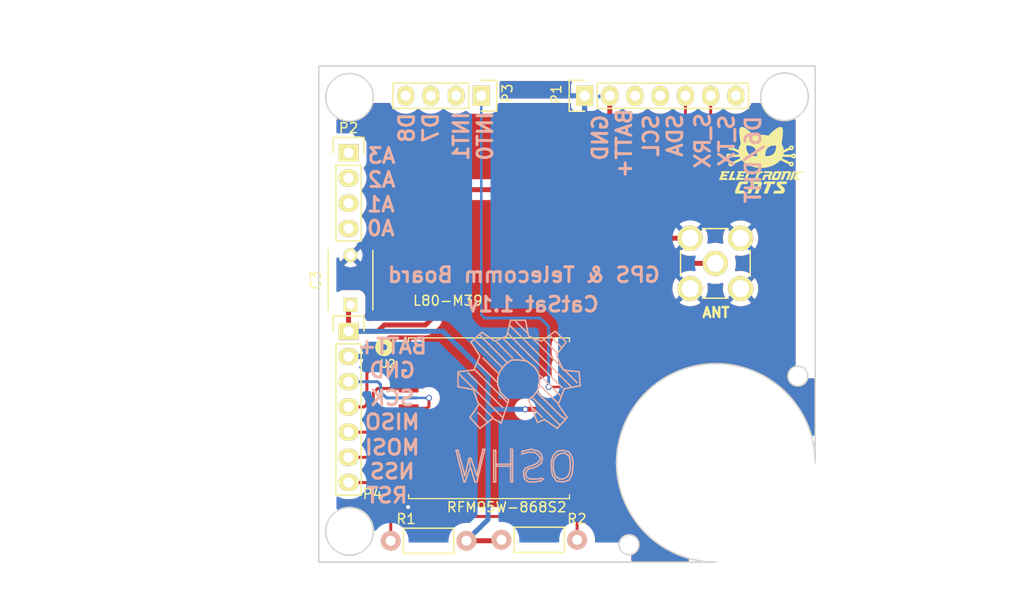
<source format=kicad_pcb>
(kicad_pcb (version 20221018) (generator pcbnew)
  (title_block (title "CatSat") (date "2016-07-28") (rev "0.001") (company "Electronic Cats") (comment 1 "Eduardo Contreras"))
  (layers (0 "F.Cu" signal) (31 "B.Cu" signal) (34 "B.Paste" user) (35 "F.Paste" user) (36 "B.SilkS" user "B.Silkscreen") (37 "F.SilkS" user "F.Silkscreen") (38 "B.Mask" user) (39 "F.Mask" user) (44 "Edge.Cuts" user))
  (net 0 "")
  (net 1 "GND")
  (net 2 "+BATT")
  (net 3 "S_TX")
  (net 4 "S_RX")
  (net 5 "Net-(MODULE1-Pad6)")
  (net 6 "Net-(MODULE1-Pad7)")
  (net 7 "Net-(MODULE1-Pad8)")
  (net 8 "Net-(MODULE1-Pad10)")
  (net 9 "Net-(MODULE1-Pad11)")
  (net 10 "SCL")
  (net 11 "SDA")
  (net 12 "DHT/D6")
  (net 13 "A3")
  (net 14 "A2")
  (net 15 "A1")
  (net 16 "A0")
  (net 17 "INT0")
  (net 18 "INT1")
  (net 19 "D7")
  (net 20 "D8")
  (net 21 "SCK")
  (net 22 "MISO")
  (net 23 "MOSI")
  (net 24 "NSS")
  (net 25 "RST")
  (net 26 "Net-(U2-Pad11)")
  (net 27 "Net-(U2-Pad12)")
  (net 28 "Net-(U2-Pad15)")
  (net 29 "Net-(U2-Pad16)")
  (net 30 "Net-(U2-Pad7)")
  (net 31 "Net-(A1-Pad1)")
  (footprint "CatSat:L80" (layer "F.Cu") (at 104.733668 76.518506 180)
    (fp_text reference "MODULE1")
    (fp_text value "L80-M39" (at 3.133668 -9.281494 180) (layer "F.SilkS"))
    (pad "1" smd rect (at -7.866332 -5.711494) (size 2.5 1) (layers "F.Cu" "F.Paste" "F.Mask") (net 3 "S_TX"))
    (pad "2" smd rect (at -7.866332 -3.171494) (size 2.5 1) (layers "F.Cu" "F.Paste" "F.Mask") (net 4 "S_RX"))
    (pad "3" smd rect (at -7.866332 -0.631494) (size 2.5 1) (layers "F.Cu" "F.Paste" "F.Mask") (net 1 "GND"))
    (pad "4" smd rect (at -7.866332 1.908506) (size 2.5 1) (layers "F.Cu" "F.Paste" "F.Mask") (net 2 "+BATT"))
    (pad "5" smd rect (at -7.866332 4.448506) (size 2.5 1) (layers "F.Cu" "F.Paste" "F.Mask") (net 2 "+BATT"))
    (pad "6" smd rect (at -7.866332 6.988506) (size 2.5 1) (layers "F.Cu" "F.Paste" "F.Mask") (net 5 "Net-(MODULE1-Pad6)"))
    (pad "7" smd rect (at 7.933668 6.988506 180) (size 2.5 1) (layers "F.Cu" "F.Paste" "F.Mask") (net 6 "Net-(MODULE1-Pad7)"))
    (pad "8" smd rect (at 7.933668 4.448506 180) (size 2.5 1) (layers "F.Cu" "F.Paste" "F.Mask") (net 7 "Net-(MODULE1-Pad8)"))
    (pad "9" smd rect (at 7.933668 1.908506 180) (size 2.5 1) (layers "F.Cu" "F.Paste" "F.Mask"))
    (pad "10" smd rect (at 7.933668 -0.631494 180) (size 2.5 1) (layers "F.Cu" "F.Paste" "F.Mask") (net 8 "Net-(MODULE1-Pad10)"))
    (pad "11" smd rect (at 7.933668 -3.171494 180) (size 2.5 1) (layers "F.Cu" "F.Paste" "F.Mask") (net 9 "Net-(MODULE1-Pad11)"))
    (pad "12" smd rect (at 7.933668 -5.711494) (size 2.5 1) (layers "F.Cu" "F.Paste" "F.Mask") (net 1 "GND"))
  )
  (footprint "Pin_Headers:Pin_Header_Straight_1x07" (layer "F.Cu") (at 91.6 88.89)
    (fp_text reference "P4" (at 2.4 16.4) (layer "F.SilkS"))
    (fp_text value "CONN_01X07")
    (pad "1" thru_hole rect (at 0 0) (size 2.032 1.7272) (drill 1.016) (layers "*.Cu" "*.Mask" "F.SilkS") (net 2 "+BATT"))
    (pad "2" thru_hole oval (at 0 2.54) (size 2.032 1.7272) (drill 1.016) (layers "*.Cu" "*.Mask" "F.SilkS") (net 1 "GND"))
    (pad "3" thru_hole oval (at 0 5.08) (size 2.032 1.7272) (drill 1.016) (layers "*.Cu" "*.Mask" "F.SilkS") (net 21 "SCK"))
    (pad "4" thru_hole oval (at 0 7.62) (size 2.032 1.7272) (drill 1.016) (layers "*.Cu" "*.Mask" "F.SilkS") (net 22 "MISO"))
    (pad "5" thru_hole oval (at 0 10.16) (size 2.032 1.7272) (drill 1.016) (layers "*.Cu" "*.Mask" "F.SilkS") (net 23 "MOSI"))
    (pad "6" thru_hole oval (at 0 12.7) (size 2.032 1.7272) (drill 1.016) (layers "*.Cu" "*.Mask" "F.SilkS") (net 24 "NSS"))
    (pad "7" thru_hole oval (at 0 15.24) (size 2.032 1.7272) (drill 1.016) (layers "*.Cu" "*.Mask" "F.SilkS") (net 25 "RST"))
  )
  (footprint "Pin_Headers:Pin_Header_Straight_1x07" (layer "F.Cu") (at 115.37 65.15 90)
    (fp_text reference "P1" (at 0.15 -2.85 90) (layer "F.SilkS"))
    (fp_text value "CONN_01X07")
    (pad "1" thru_hole rect (at 0 0 90) (size 2.032 1.7272) (drill 1.016) (layers "*.Cu" "*.Mask" "F.SilkS") (net 1 "GND"))
    (pad "2" thru_hole oval (at 0 2.54 90) (size 2.032 1.7272) (drill 1.016) (layers "*.Cu" "*.Mask" "F.SilkS") (net 2 "+BATT"))
    (pad "3" thru_hole oval (at 0 5.08 90) (size 2.032 1.7272) (drill 1.016) (layers "*.Cu" "*.Mask" "F.SilkS") (net 10 "SCL"))
    (pad "4" thru_hole oval (at 0 7.62 90) (size 2.032 1.7272) (drill 1.016) (layers "*.Cu" "*.Mask" "F.SilkS") (net 11 "SDA"))
    (pad "5" thru_hole oval (at 0 10.16 90) (size 2.032 1.7272) (drill 1.016) (layers "*.Cu" "*.Mask" "F.SilkS") (net 4 "S_RX"))
    (pad "6" thru_hole oval (at 0 12.7 90) (size 2.032 1.7272) (drill 1.016) (layers "*.Cu" "*.Mask" "F.SilkS") (net 3 "S_TX"))
    (pad "7" thru_hole oval (at 0 15.24 90) (size 2.032 1.7272) (drill 1.016) (layers "*.Cu" "*.Mask" "F.SilkS") (net 12 "DHT/D6"))
  )
  (footprint "Pin_Headers:Pin_Header_Straight_1x04" (layer "F.Cu") (at 104.97 65.15 -90)
    (fp_text reference "P3" (at -0.25 -2.63 270) (layer "F.SilkS"))
    (fp_text value "CONN_01X04")
    (pad "1" thru_hole rect (at 0 0 270) (size 2.032 1.7272) (drill 1.016) (layers "*.Cu" "*.Mask" "F.SilkS") (net 17 "INT0"))
    (pad "2" thru_hole oval (at 0 2.54 270) (size 2.032 1.7272) (drill 1.016) (layers "*.Cu" "*.Mask" "F.SilkS") (net 18 "INT1"))
    (pad "3" thru_hole oval (at 0 5.08 270) (size 2.032 1.7272) (drill 1.016) (layers "*.Cu" "*.Mask" "F.SilkS") (net 19 "D7"))
    (pad "4" thru_hole oval (at 0 7.62 270) (size 2.032 1.7272) (drill 1.016) (layers "*.Cu" "*.Mask" "F.SilkS") (net 20 "D8"))
  )
  (footprint "Pin_Headers:Pin_Header_Straight_1x04" (layer "F.Cu") (at 91.6 70.9)
    (fp_text reference "P2" (at 0 -2.5) (layer "F.SilkS"))
    (fp_text value "CONN_01X04")
    (pad "1" thru_hole rect (at 0 0) (size 2.032 1.7272) (drill 1.016) (layers "*.Cu" "*.Mask" "F.SilkS") (net 13 "A3"))
    (pad "2" thru_hole oval (at 0 2.54) (size 2.032 1.7272) (drill 1.016) (layers "*.Cu" "*.Mask" "F.SilkS") (net 14 "A2"))
    (pad "3" thru_hole oval (at 0 5.08) (size 2.032 1.7272) (drill 1.016) (layers "*.Cu" "*.Mask" "F.SilkS") (net 15 "A1"))
    (pad "4" thru_hole oval (at 0 7.62) (size 2.032 1.7272) (drill 1.016) (layers "*.Cu" "*.Mask" "F.SilkS") (net 16 "A0"))
  )
  (footprint "LoRa:RFM" (layer "F.Cu") (at 105.75 97.65)
    (fp_text reference "U2" (at -11.07 -5.04) (layer "F.SilkS") (effects (font (size 0.77216 0.77216) (thickness 0.138988)) (justify left bottom)))
    (fp_text value "RFM95W-868S2" (at -4.35 9.55) (layer "F.SilkS") (effects (justify left bottom)))
    (pad "1" smd rect (at -8.1 -7) (size 2 0.8) (layers "F.Cu" "F.Paste" "F.Mask") (net 1 "GND"))
    (pad "2" smd rect (at -8.1 -5) (size 2 0.8) (layers "F.Cu" "F.Paste" "F.Mask") (net 22 "MISO"))
    (pad "3" smd rect (at -8.1 -3) (size 2 0.8) (layers "F.Cu" "F.Paste" "F.Mask") (net 23 "MOSI"))
    (pad "4" smd rect (at -8.1 -1) (size 2 0.8) (layers "F.Cu" "F.Paste" "F.Mask") (net 21 "SCK"))
    (pad "5" smd rect (at -8.1 1) (size 2 0.8) (layers "F.Cu" "F.Paste" "F.Mask") (net 24 "NSS"))
    (pad "6" smd rect (at -8.1 3) (size 2 0.8) (layers "F.Cu" "F.Paste" "F.Mask") (net 25 "RST"))
    (pad "7" smd rect (at -8.1 5) (size 2 0.8) (layers "F.Cu" "F.Paste" "F.Mask") (net 30 "Net-(U2-Pad7)"))
    (pad "8" smd rect (at -8.1 7 180) (size 2 0.8) (layers "F.Cu" "F.Paste" "F.Mask") (net 1 "GND"))
    (pad "9" smd rect (at 8.1 7 180) (size 2 0.8) (layers "F.Cu" "F.Paste" "F.Mask") (net 31 "Net-(A1-Pad1)"))
    (pad "10" smd rect (at 8.1 5 180) (size 2 0.8) (layers "F.Cu" "F.Paste" "F.Mask") (net 1 "GND"))
    (pad "11" smd rect (at 8.1 3 180) (size 2 0.8) (layers "F.Cu" "F.Paste" "F.Mask") (net 26 "Net-(U2-Pad11)"))
    (pad "12" smd rect (at 8.1 1 180) (size 2 0.8) (layers "F.Cu" "F.Paste" "F.Mask") (net 27 "Net-(U2-Pad12)"))
    (pad "13" smd rect (at 8.1 -1 180) (size 2 0.8) (layers "F.Cu" "F.Paste" "F.Mask") (net 2 "+BATT"))
    (pad "14" smd rect (at 8.1 -3 180) (size 2 0.8) (layers "F.Cu" "F.Paste" "F.Mask") (net 17 "INT0"))
    (pad "15" smd rect (at 8.1 -5 180) (size 2 0.8) (layers "F.Cu" "F.Paste" "F.Mask") (net 28 "Net-(U2-Pad15)"))
    (pad "16" smd rect (at 8.1 -7 180) (size 2 0.8) (layers "F.Cu" "F.Paste" "F.Mask") (net 29 "Net-(U2-Pad16)"))
  )
  (footprint "Capacitors_ThroughHole:C_Disc_D6_P5" (layer "F.Cu") (at 91.8 86.225 90)
    (fp_text reference "C3" (at 2.5 -3.5 90) (layer "F.SilkS"))
    (fp_text value "C")
    (pad "1" thru_hole rect (at 0 0 90) (size 1.4 1.4) (drill 0.9) (layers "*.Cu" "*.Mask" "F.SilkS") (net 2 "+BATT"))
    (pad "2" thru_hole circle (at 5 0 90) (size 1.4 1.4) (drill 0.9) (layers "*.Cu" "*.Mask" "F.SilkS") (net 1 "GND"))
  )
  (footprint "smd:AMPHENOL_901-144" (layer "F.Cu") (at 128.54 82.04 180)
    (fp_text reference "A1")
    (fp_text value "ANT" (at -0.06 -4.96 180) (layer "F.SilkS") (effects (font (thickness 0.25))))
    (pad "1" thru_hole circle (at 0 0 180) (size 2.5527 2.5527) (drill 1.7018) (layers "*.Cu" "*.Mask" "F.SilkS") (net 31 "Net-(A1-Pad1)"))
    (pad "2" thru_hole circle (at -2.54 -2.54 180) (size 2.5527 2.5527) (drill 1.7018) (layers "*.Cu" "*.Mask" "F.SilkS") (net 1 "GND"))
    (pad "3" thru_hole circle (at -2.54 2.54 180) (size 2.5527 2.5527) (drill 1.7018) (layers "*.Cu" "*.Mask" "F.SilkS") (net 1 "GND"))
    (pad "4" thru_hole circle (at 2.54 2.54 180) (size 2.5527 2.5527) (drill 1.7018) (layers "*.Cu" "*.Mask" "F.SilkS") (net 1 "GND"))
    (pad "5" thru_hole circle (at 2.54 -2.54 180) (size 2.5527 2.5527) (drill 1.7018) (layers "*.Cu" "*.Mask" "F.SilkS") (net 1 "GND"))
  )
  (footprint "theinventorhouse:electronic_cats_logo_8x6" (layer "F.Cu") (at 133.15 71.65)
    (fp_text reference "G***" hide)
    (fp_text value "LOGO" hide)
  )
  (footprint "Resistors_ThroughHole:Resistor_Horizontal_RM7mm" (layer "F.Cu") (at 103.47 110 180)
    (fp_text reference "R1" (at 6.07 2.2 180) (layer "F.SilkS"))
    (fp_text value "R")
    (pad "1" thru_hole circle (at 0 0 180) (size 1.99898 1.99898) (drill 1.00076) (layers "*.Cu" "*.SilkS" "*.Mask") (net 2 "+BATT"))
    (pad "2" thru_hole circle (at 7.62 0 180) (size 1.99898 1.99898) (drill 1.00076) (layers "*.Cu" "*.SilkS" "*.Mask") (net 25 "RST"))
  )
  (footprint "Resistors_ThroughHole:Resistor_Horizontal_RM7mm" (layer "F.Cu") (at 107 109.9)
    (fp_text reference "R2" (at 7.6 -2.1) (layer "F.SilkS"))
    (fp_text value "R")
    (pad "1" thru_hole circle (at 0 0) (size 1.99898 1.99898) (drill 1.00076) (layers "*.Cu" "*.SilkS" "*.Mask") (net 2 "+BATT"))
    (pad "2" thru_hole circle (at 7.62 0) (size 1.99898 1.99898) (drill 1.00076) (layers "*.Cu" "*.SilkS" "*.Mask") (net 24 "NSS"))
  )
  (footprint "Symbols:Symbol_OSHW-Logo_SilkScreen_BIG" (layer "B.Cu") (at 108.625 74.575 180)
    (fp_text reference "REF**")
    (fp_text value "Symbol_OSHW-Logo_SilkScreen_BIG")
  )
  (gr_arc (start 128.6 112.15) (mid 121.528932 109.221068) (end 118.6 102.15) (stroke (width 0.15)) (layer "Edge.Cuts"))
  (gr_arc (start 118.6 102.15) (mid 121.528932 95.078932) (end 128.6 92.15) (stroke (width 0.15)) (layer "Edge.Cuts"))
  (gr_arc (start 128.6 92.15) (mid 135.671068 95.078932) (end 138.6 102.15) (stroke (width 0.15)) (layer "Edge.Cuts"))
  (gr_circle (center 119.85 110.4) (end 120.85 110.4) (stroke (width 0.15)) (fill none) (layer "Edge.Cuts"))
  (gr_circle (center 136.85 93.4) (end 137.85 93.4) (stroke (width 0.15)) (fill none) (layer "Edge.Cuts"))
  (gr_circle (center 91.7 65.3) (end 94.1 65.3) (stroke (width 0.15)) (fill none) (layer "Edge.Cuts"))
  (gr_circle (center 91.7 109.05) (end 94.1 109.05) (stroke (width 0.15)) (fill none) (layer "Edge.Cuts"))
  (gr_line (start 88.6 62.15) (end 88.6 111.65) (stroke (width 0.15)) (layer "Edge.Cuts"))
  (gr_line (start 138.6 102.15) (end 138.6 62.15) (stroke (width 0.15)) (layer "Edge.Cuts"))
  (gr_circle (center 135.5 65.25) (end 137.9 65.25) (stroke (width 0.15)) (fill none) (layer "Edge.Cuts"))
  (gr_line (start 128.6 112.15) (end 88.6 112.15) (stroke (width 0.15)) (layer "Edge.Cuts"))
  (gr_line (start 138.6 62.15) (end 88.6 62.15) (stroke (width 0.15)) (layer "Edge.Cuts"))
  (gr_line (start 88.6 112.15) (end 88.6 111.65) (stroke (width 0.15)) (layer "Edge.Cuts"))
  (gr_text "S_RX\nS_TX" (at 128.475 69.675 90) (layer "B.SilkS") (effects (font (size 1.5 1.5) (thickness 0.3)) (justify mirror)))
  (gr_text "RST\n" (at 95.475 105.425) (layer "B.SilkS") (effects (font (size 1.5 1.5) (thickness 0.3)) (justify mirror)))
  (gr_text "BATT+\nGND" (at 96 91.6) (layer "B.SilkS") (effects (font (size 1.5 1.5) (thickness 0.3)) (justify mirror)))
  (gr_text "A3\nA2\n" (at 94.925 72.4) (layer "B.SilkS") (effects (font (size 1.5 1.5) (thickness 0.3)) (justify mirror)))
  (gr_text "GND\n BATT+" (at 118.15 69.375 90) (layer "B.SilkS") (effects (font (size 1.5 1.5) (thickness 0.3)) (justify mirror)))
  (gr_text "SCK\nMISO\n" (at 96 96.825) (layer "B.SilkS") (effects (font (size 1.5 1.5) (thickness 0.3)) (justify mirror)))
  (gr_text "D8\nD7\n" (at 98.675 68.375 90) (layer "B.SilkS") (effects (font (size 1.5 1.5) (thickness 0.3)) (justify mirror)))
  (gr_text "MOSI\nNSS" (at 96 101.8) (layer "B.SilkS") (effects (font (size 1.5 1.5) (thickness 0.3)) (justify mirror)))
  (gr_text "SCL\nSDA\n" (at 123.275 69.15 90) (layer "B.SilkS") (effects (font (size 1.5 1.5) (thickness 0.3)) (justify mirror)))
  (gr_text "CatSat 1.1v" (at 110.17 86.17) (layer "B.SilkS") (effects (font (size 1.5 1.5) (thickness 0.3)) (justify mirror)))
  (gr_text "GPS & Telecomm Board" (at 109.26 83.2) (layer "B.SilkS") (effects (font (size 1.5 1.5) (thickness 0.3)) (justify mirror)))
  (gr_text "A1\nA0\n" (at 94.85 77.3) (layer "B.SilkS") (effects (font (size 1.5 1.5) (thickness 0.3)) (justify mirror)))
  (gr_text "INT1\nINT0\n" (at 104.15 69.225 90) (layer "B.SilkS") (effects (font (size 1.5 1.5) (thickness 0.3)) (justify mirror)))
  (gr_text "D6/DHT" (at 132.35 71.575 90) (layer "B.SilkS") (effects (font (size 1.5 1.5) (thickness 0.3)) (justify mirror)))
  (segment (start 116.85 65.15) (end 116.85 65.3024) (width 0.25) (layer "B.Cu") (net 0))
  (segment (start 97.05 90.65) (end 97.65 90.65) (width 0.25) (layer "F.Cu") (net 1))
  (segment (start 133 82.66) (end 133 81.42) (width 0.5) (layer "F.Cu") (net 1))
  (segment (start 112.6 77.15) (end 111.1 77.15) (width 0.25) (layer "F.Cu") (net 1))
  (segment (start 97.6 105.4) (end 97.6 106.6) (width 0.3) (layer "F.Cu") (net 1))
  (segment (start 115.42 84.58) (end 120.5 79.5) (width 0.5) (layer "F.Cu") (net 1))
  (segment (start 97.65 104.65) (end 97.65 105.35) (width 0.3) (layer "F.Cu") (net 1))
  (segment (start 129.803651 85.856349) (end 131.08 84.58) (width 0.5) (layer "F.Cu") (net 1))
  (segment (start 127.276349 78.223651) (end 129.803651 78.223651) (width 0.5) (layer "F.Cu") (net 1))
  (segment (start 111.23 84.58) (end 115.42 84.58) (width 0.5) (layer "F.Cu") (net 1))
  (segment (start 110.15 78.1) (end 110.15 83.5) (width 0.25) (layer "F.Cu") (net 1))
  (segment (start 129.803651 78.223651) (end 131.08 79.5) (width 0.5) (layer "F.Cu") (net 1))
  (segment (start 111.1 77.15) (end 110.15 78.1) (width 0.25) (layer "F.Cu") (net 1))
  (segment (start 97.65 105.35) (end 97.6 105.4) (width 0.3) (layer "F.Cu") (net 1))
  (segment (start 113.25 102.65) (end 113.85 102.65) (width 0.25) (layer "F.Cu") (net 1))
  (segment (start 112.6 77.15) (end 111.85 77.15) (width 0.25) (layer "F.Cu") (net 1))
  (segment (start 126 79.5) (end 127.276349 78.223651) (width 0.5) (layer "F.Cu") (net 1))
  (segment (start 120.5 79.5) (end 126 79.5) (width 0.5) (layer "F.Cu") (net 1))
  (segment (start 110.15 83.5) (end 111.23 84.58) (width 0.25) (layer "F.Cu") (net 1))
  (segment (start 97.65 90.65) (end 98.25 90.65) (width 0.25) (layer "F.Cu") (net 1))
  (segment (start 127.276349 85.856349) (end 129.803651 85.856349) (width 0.5) (layer "F.Cu") (net 1))
  (segment (start 131.08 84.58) (end 133 82.66) (width 0.5) (layer "F.Cu") (net 1))
  (segment (start 133 81.42) (end 131.08 79.5) (width 0.5) (layer "F.Cu") (net 1))
  (segment (start 126 84.58) (end 127.276349 85.856349) (width 0.5) (layer "F.Cu") (net 1))
  (via (at 97.6 106.6) (size 0.6) (drill 0.4) (layers "F.Cu" "B.Cu") (net 1))
  (segment (start 116.855 72.07) (end 117.91 71.015) (width 0.5) (layer "F.Cu") (net 2))
  (segment (start 113.35 74.61) (end 113.66 74.3) (width 0.5) (layer "F.Cu") (net 2))
  (segment (start 94.56 88.89) (end 91.6 88.89) (width 0.5) (layer "F.Cu") (net 2))
  (segment (start 112.6 72.07) (end 116.855 72.07) (width 0.5) (layer "F.Cu") (net 2))
  (segment (start 91.6 88.89) (end 91.6 86.425) (width 0.5) (layer "F.Cu") (net 2))
  (segment (start 103.47 110) (end 106.9 110) (width 0.5) (layer "F.Cu") (net 2))
  (segment (start 112.6 72.07) (end 112.6 74.61) (width 0.5) (layer "F.Cu") (net 2))
  (segment (start 100.84 74.61) (end 99.95 75.5) (width 0.5) (layer "F.Cu") (net 2))
  (segment (start 91.6 86.425) (end 91.8 86.225) (width 0.5) (layer "F.Cu") (net 2))
  (segment (start 99.95 87.65) (end 99.35 88.25) (width 0.5) (layer "F.Cu") (net 2))
  (segment (start 112.6 74.61) (end 113.35 74.61) (width 0.5) (layer "F.Cu") (net 2))
  (segment (start 112 96.75) (end 113.75 96.75) (width 0.5) (layer "F.Cu") (net 2))
  (segment (start 99.95 75.5) (end 99.95 87.65) (width 0.5) (layer "F.Cu") (net 2))
  (segment (start 95.2 88.25) (end 94.56 88.89) (width 0.5) (layer "F.Cu") (net 2))
  (segment (start 109.4 96.75) (end 113.75 96.75) (width 0.5) (layer "F.Cu") (net 2))
  (segment (start 106.9 110) (end 107 109.9) (width 0.5) (layer "F.Cu") (net 2))
  (segment (start 99.35 88.25) (end 95.2 88.25) (width 0.5) (layer "F.Cu") (net 2))
  (segment (start 117.91 71.015) (end 117.91 65.15) (width 0.5) (layer "F.Cu") (net 2))
  (segment (start 113.75 96.75) (end 113.85 96.65) (width 0.5) (layer "F.Cu") (net 2))
  (segment (start 112.6 74.61) (end 100.84 74.61) (width 0.5) (layer "F.Cu") (net 2))
  (via (at 109.4 96.75) (size 0.6) (drill 0.4) (layers "F.Cu" "B.Cu") (net 2))
  (segment (start 104.469489 109.000511) (end 104.499489 109.000511) (width 0.5) (layer "B.Cu") (net 2))
  (segment (start 104.499489 109.000511) (end 105.65 107.85) (width 0.5) (layer "B.Cu") (net 2))
  (segment (start 106.004586 96.75) (end 109.4 96.75) (width 0.5) (layer "B.Cu") (net 2))
  (segment (start 102.664764 90.4) (end 102.625 90.4) (width 0.5) (layer "B.Cu") (net 2))
  (segment (start 103.47 110) (end 104.469489 109.000511) (width 0.5) (layer "B.Cu") (net 2))
  (segment (start 105.65 93.385236) (end 105.65 97.104586) (width 0.5) (layer "B.Cu") (net 2))
  (segment (start 101.115 88.89) (end 91.6 88.89) (width 0.5) (layer "B.Cu") (net 2))
  (segment (start 102.664764 90.4) (end 105.65 93.385236) (width 0.5) (layer "B.Cu") (net 2))
  (segment (start 106.004586 96.75) (end 105.65 97.104586) (width 0.5) (layer "B.Cu") (net 2))
  (segment (start 102.625 90.4) (end 101.115 88.89) (width 0.5) (layer "B.Cu") (net 2))
  (segment (start 105.65 107.85) (end 105.65 97.104586) (width 0.5) (layer "B.Cu") (net 2))
  (segment (start 115.07 82.23) (end 119.95 77.35) (width 0.3) (layer "F.Cu") (net 3))
  (segment (start 112.6 82.23) (end 115.07 82.23) (width 0.3) (layer "F.Cu") (net 3))
  (segment (start 119.95 77.35) (end 127.05 77.35) (width 0.3) (layer "F.Cu") (net 3))
  (segment (start 128.07 76.33) (end 128.07 65.15) (width 0.3) (layer "F.Cu") (net 3))
  (segment (start 127.05 77.35) (end 128.07 76.33) (width 0.3) (layer "F.Cu") (net 3))
  (segment (start 115.06 79.44) (end 118.7 75.8) (width 0.3) (layer "F.Cu") (net 4))
  (segment (start 118.7 75.8) (end 124.625 75.8) (width 0.3) (layer "F.Cu") (net 4))
  (segment (start 125.53 74.895) (end 125.53 65.15) (width 0.3) (layer "F.Cu") (net 4))
  (segment (start 112.6 79.69) (end 114.803533 79.69) (width 0.3) (layer "F.Cu") (net 4))
  (segment (start 115.053533 79.44) (end 114.803533 79.69) (width 0.3) (layer "F.Cu") (net 4))
  (segment (start 124.625 75.8) (end 125.53 74.895) (width 0.3) (layer "F.Cu") (net 4))
  (segment (start 115.06 79.44) (end 115.053533 79.44) (width 0.25) (layer "F.Cu") (net 4))
  (segment (start 111.75 94.5) (end 113.7 94.5) (width 0.25) (layer "F.Cu") (net 17))
  (segment (start 113.7 94.5) (end 113.85 94.65) (width 0.25) (layer "F.Cu") (net 17))
  (segment (start 113.85 94.65) (end 113.25 94.65) (width 0.25) (layer "F.Cu") (net 17))
  (via (at 111.75 94.5) (size 0.6) (drill 0.4) (layers "F.Cu" "B.Cu") (net 17))
  (segment (start 104.97 65.15) (end 104.97 87.22) (width 0.25) (layer "B.Cu") (net 17))
  (segment (start 104.97 87.22) (end 105.3 87.55) (width 0.25) (layer "B.Cu") (net 17))
  (segment (start 111.75 88.4) (end 110.9 87.55) (width 0.3) (layer "B.Cu") (net 17))
  (segment (start 111.75 94.5) (end 111.75 88.4) (width 0.3) (layer "B.Cu") (net 17))
  (segment (start 110.9 87.55) (end 105.3 87.55) (width 0.3) (layer "B.Cu") (net 17))
  (segment (start 99.7 96.45) (end 99.7 95.6) (width 0.3) (layer "F.Cu") (net 21))
  (segment (start 99.5 96.65) (end 99.7 96.45) (width 0.3) (layer "F.Cu") (net 21))
  (segment (start 97.65 96.65) (end 99.5 96.65) (width 0.3) (layer "F.Cu") (net 21))
  (via (at 99.7 95.6) (size 0.6) (drill 0.4) (layers "F.Cu" "B.Cu") (net 21))
  (segment (start 95.425 95.6) (end 94.825 95) (width 0.3) (layer "B.Cu") (net 21))
  (segment (start 98.45 95.6) (end 95.425 95.6) (width 0.3) (layer "B.Cu") (net 21))
  (segment (start 94.825 95) (end 94.825 94.25) (width 0.3) (layer "B.Cu") (net 21))
  (segment (start 94.825 94.25) (end 94.545 93.97) (width 0.3) (layer "B.Cu") (net 21))
  (segment (start 94.545 93.97) (end 91.6 93.97) (width 0.3) (layer "B.Cu") (net 21))
  (segment (start 98.45 95.6) (end 99.7 95.6) (width 0.25) (layer "B.Cu") (net 21))
  (segment (start 93.45 96.25) (end 93.45 93.1) (width 0.3) (layer "F.Cu") (net 22))
  (segment (start 93.45 93.1) (end 93.9 92.65) (width 0.3) (layer "F.Cu") (net 22))
  (segment (start 91.6 96.51) (end 93.19 96.51) (width 0.3) (layer "F.Cu") (net 22))
  (segment (start 93.9 92.65) (end 97.65 92.65) (width 0.3) (layer "F.Cu") (net 22))
  (segment (start 93.19 96.51) (end 93.45 96.25) (width 0.3) (layer "F.Cu") (net 22))
  (segment (start 97.1224 92.65) (end 97.65 92.65) (width 0.25) (layer "F.Cu") (net 22))
  (segment (start 93.7 99.05) (end 94.1 98.65) (width 0.3) (layer "F.Cu") (net 23))
  (segment (start 94.1 98.65) (end 94.1 95.1) (width 0.3) (layer "F.Cu") (net 23))
  (segment (start 94.1 95.1) (end 94.55 94.65) (width 0.3) (layer "F.Cu") (net 23))
  (segment (start 94.55 94.65) (end 97.65 94.65) (width 0.3) (layer "F.Cu") (net 23))
  (segment (start 97.05 94.65) (end 97.65 94.65) (width 0.25) (layer "F.Cu") (net 23))
  (segment (start 91.6 99.05) (end 93.7 99.05) (width 0.3) (layer "F.Cu") (net 23))
  (segment (start 99.95 98.65) (end 100.5 99.2) (width 0.3) (layer "F.Cu") (net 24))
  (segment (start 96.2024 98.65) (end 97.65 98.65) (width 0.3) (layer "F.Cu") (net 24))
  (segment (start 94.26 101.59) (end 94.7 101.15) (width 0.3) (layer "F.Cu") (net 24))
  (segment (start 114.62 107.82) (end 114.35 107.55) (width 0.3) (layer "F.Cu") (net 24))
  (segment (start 95.15 98.65) (end 96.2024 98.65) (width 0.3) (layer "F.Cu") (net 24))
  (segment (start 97.65 98.65) (end 99.95 98.65) (width 0.3) (layer "F.Cu") (net 24))
  (segment (start 91.6 101.59) (end 94.26 101.59) (width 0.3) (layer "F.Cu") (net 24))
  (segment (start 100.5 99.2) (end 100.5 106.6) (width 0.3) (layer "F.Cu") (net 24))
  (segment (start 114.35 107.55) (end 108.25 107.55) (width 0.3) (layer "F.Cu") (net 24))
  (segment (start 114.62 109.9) (end 114.62 107.82) (width 0.3) (layer "F.Cu") (net 24))
  (segment (start 94.7 99.1) (end 95.15 98.65) (width 0.3) (layer "F.Cu") (net 24))
  (segment (start 100.5 106.6) (end 101.45 107.55) (width 0.3) (layer "F.Cu") (net 24))
  (segment (start 101.45 107.55) (end 108.25 107.55) (width 0.3) (layer "F.Cu") (net 24))
  (segment (start 94.7 101.15) (end 94.7 99.1) (width 0.3) (layer "F.Cu") (net 24))
  (segment (start 95.85 110) (end 95.85 103.3) (width 0.3) (layer "F.Cu") (net 25))
  (segment (start 96.45 100.65) (end 97.65 100.65) (width 0.3) (layer "F.Cu") (net 25))
  (segment (start 91.6 104.13) (end 95.045 104.13) (width 0.3) (layer "F.Cu") (net 25))
  (segment (start 95.045 104.13) (end 95.5 103.675) (width 0.3) (layer "F.Cu") (net 25))
  (segment (start 95.5 103.675) (end 95.5 103.65) (width 0.3) (layer "F.Cu") (net 25))
  (segment (start 97.05 100.65) (end 97.65 100.65) (width 0.25) (layer "F.Cu") (net 25))
  (segment (start 95.85 101.25) (end 96.45 100.65) (width 0.3) (layer "F.Cu") (net 25))
  (segment (start 95.5 103.65) (end 95.85 103.3) (width 0.3) (layer "F.Cu") (net 25))
  (segment (start 95.85 103.3) (end 95.85 101.25) (width 0.3) (layer "F.Cu") (net 25))
  (segment (start 117.4 85.6) (end 120.96 82.04) (width 0.5) (layer "F.Cu") (net 31))
  (segment (start 120.96 82.04) (end 128.54 82.04) (width 0.5) (layer "F.Cu") (net 31))
  (segment (start 113.85 104.65) (end 116.55 104.65) (width 0.5) (layer "F.Cu") (net 31))
  (segment (start 116.55 104.65) (end 117.4 103.8) (width 0.5) (layer "F.Cu") (net 31))
  (segment (start 117.4 103.8) (end 117.4 85.6) (width 0.5) (layer "F.Cu") (net 31))
  (zone (net 1) (net_name "GND") (layer "F.Cu") (connect_pads (clearance 0.8)) (min_thickness 0.254) (fill yes (thermal_gap 0.508) (thermal_bridge_width 0.508))
    (polygon (pts (xy 88.5 62) (xy 138.5 62) (xy 138.5 112.25) (xy 88.5 112.25)))
  )
  (zone (net 1) (net_name "GND") (layer "B.Cu") (connect_pads (clearance 0.8)) (min_thickness 0.254) (fill yes (thermal_gap 0.508) (thermal_bridge_width 0.508))
    (polygon (pts (xy 88.6 62.1) (xy 138.6 62.2) (xy 138.5 112.2) (xy 88.6 112.1)))
  )
)
</source>
